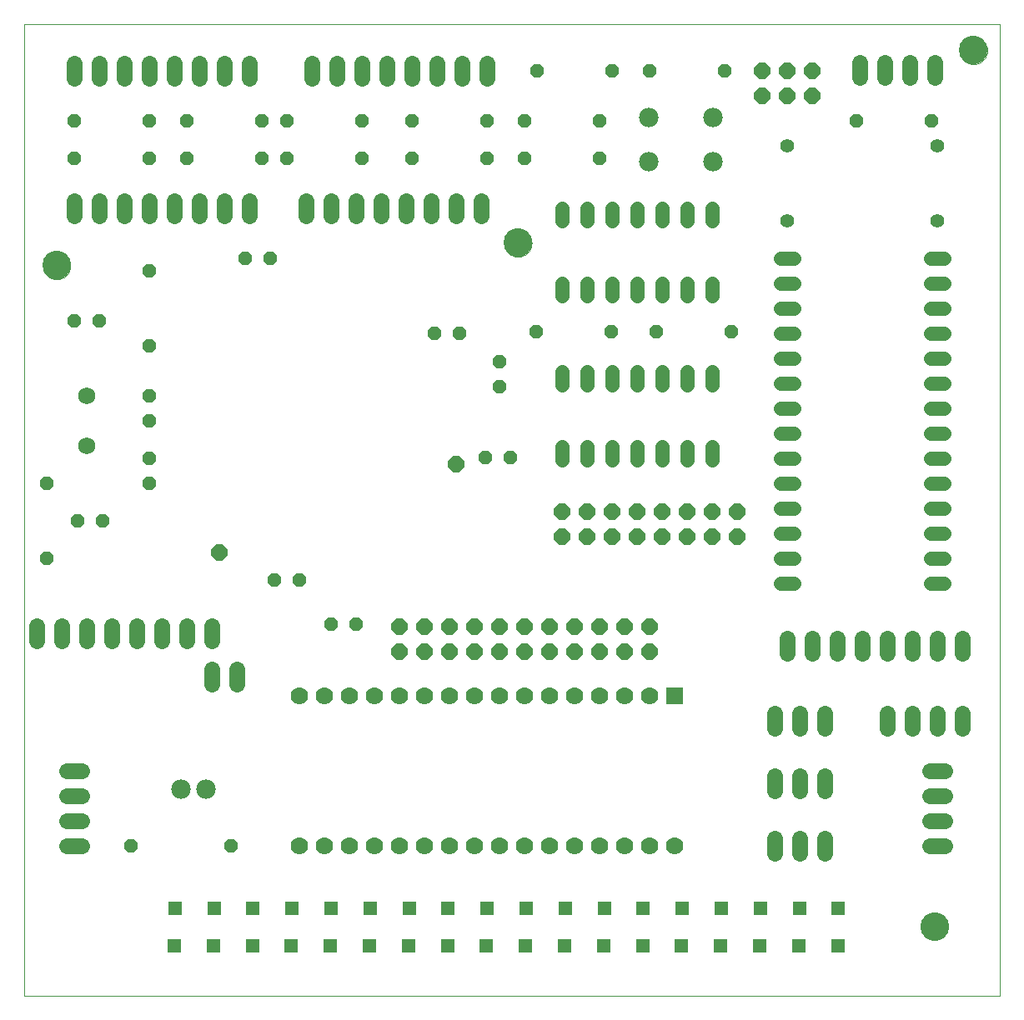
<source format=gbs>
G75*
%MOIN*%
%OFA0B0*%
%FSLAX24Y24*%
%IPPOS*%
%LPD*%
%AMOC8*
5,1,8,0,0,1.08239X$1,22.5*
%
%ADD10C,0.0000*%
%ADD11C,0.1142*%
%ADD12OC8,0.0640*%
%ADD13C,0.0640*%
%ADD14C,0.0560*%
%ADD15C,0.0560*%
%ADD16C,0.0780*%
%ADD17OC8,0.0560*%
%ADD18C,0.0690*%
%ADD19R,0.0700X0.0700*%
%ADD20C,0.0700*%
%ADD21R,0.0555X0.0555*%
D10*
X000330Y000180D02*
X000330Y039050D01*
X039322Y039050D01*
X039322Y000180D01*
X000330Y000180D01*
X001067Y029393D02*
X001069Y029440D01*
X001075Y029486D01*
X001085Y029532D01*
X001098Y029577D01*
X001116Y029620D01*
X001137Y029662D01*
X001161Y029702D01*
X001189Y029739D01*
X001220Y029774D01*
X001254Y029807D01*
X001290Y029836D01*
X001329Y029862D01*
X001370Y029885D01*
X001413Y029904D01*
X001457Y029920D01*
X001502Y029932D01*
X001548Y029940D01*
X001595Y029944D01*
X001641Y029944D01*
X001688Y029940D01*
X001734Y029932D01*
X001779Y029920D01*
X001823Y029904D01*
X001866Y029885D01*
X001907Y029862D01*
X001946Y029836D01*
X001982Y029807D01*
X002016Y029774D01*
X002047Y029739D01*
X002075Y029702D01*
X002099Y029662D01*
X002120Y029620D01*
X002138Y029577D01*
X002151Y029532D01*
X002161Y029486D01*
X002167Y029440D01*
X002169Y029393D01*
X002167Y029346D01*
X002161Y029300D01*
X002151Y029254D01*
X002138Y029209D01*
X002120Y029166D01*
X002099Y029124D01*
X002075Y029084D01*
X002047Y029047D01*
X002016Y029012D01*
X001982Y028979D01*
X001946Y028950D01*
X001907Y028924D01*
X001866Y028901D01*
X001823Y028882D01*
X001779Y028866D01*
X001734Y028854D01*
X001688Y028846D01*
X001641Y028842D01*
X001595Y028842D01*
X001548Y028846D01*
X001502Y028854D01*
X001457Y028866D01*
X001413Y028882D01*
X001370Y028901D01*
X001329Y028924D01*
X001290Y028950D01*
X001254Y028979D01*
X001220Y029012D01*
X001189Y029047D01*
X001161Y029084D01*
X001137Y029124D01*
X001116Y029166D01*
X001098Y029209D01*
X001085Y029254D01*
X001075Y029300D01*
X001069Y029346D01*
X001067Y029393D01*
X019504Y030293D02*
X019506Y030340D01*
X019512Y030386D01*
X019522Y030432D01*
X019535Y030477D01*
X019553Y030520D01*
X019574Y030562D01*
X019598Y030602D01*
X019626Y030639D01*
X019657Y030674D01*
X019691Y030707D01*
X019727Y030736D01*
X019766Y030762D01*
X019807Y030785D01*
X019850Y030804D01*
X019894Y030820D01*
X019939Y030832D01*
X019985Y030840D01*
X020032Y030844D01*
X020078Y030844D01*
X020125Y030840D01*
X020171Y030832D01*
X020216Y030820D01*
X020260Y030804D01*
X020303Y030785D01*
X020344Y030762D01*
X020383Y030736D01*
X020419Y030707D01*
X020453Y030674D01*
X020484Y030639D01*
X020512Y030602D01*
X020536Y030562D01*
X020557Y030520D01*
X020575Y030477D01*
X020588Y030432D01*
X020598Y030386D01*
X020604Y030340D01*
X020606Y030293D01*
X020604Y030246D01*
X020598Y030200D01*
X020588Y030154D01*
X020575Y030109D01*
X020557Y030066D01*
X020536Y030024D01*
X020512Y029984D01*
X020484Y029947D01*
X020453Y029912D01*
X020419Y029879D01*
X020383Y029850D01*
X020344Y029824D01*
X020303Y029801D01*
X020260Y029782D01*
X020216Y029766D01*
X020171Y029754D01*
X020125Y029746D01*
X020078Y029742D01*
X020032Y029742D01*
X019985Y029746D01*
X019939Y029754D01*
X019894Y029766D01*
X019850Y029782D01*
X019807Y029801D01*
X019766Y029824D01*
X019727Y029850D01*
X019691Y029879D01*
X019657Y029912D01*
X019626Y029947D01*
X019598Y029984D01*
X019574Y030024D01*
X019553Y030066D01*
X019535Y030109D01*
X019522Y030154D01*
X019512Y030200D01*
X019506Y030246D01*
X019504Y030293D01*
X037717Y037993D02*
X037719Y038040D01*
X037725Y038086D01*
X037735Y038132D01*
X037748Y038177D01*
X037766Y038220D01*
X037787Y038262D01*
X037811Y038302D01*
X037839Y038339D01*
X037870Y038374D01*
X037904Y038407D01*
X037940Y038436D01*
X037979Y038462D01*
X038020Y038485D01*
X038063Y038504D01*
X038107Y038520D01*
X038152Y038532D01*
X038198Y038540D01*
X038245Y038544D01*
X038291Y038544D01*
X038338Y038540D01*
X038384Y038532D01*
X038429Y038520D01*
X038473Y038504D01*
X038516Y038485D01*
X038557Y038462D01*
X038596Y038436D01*
X038632Y038407D01*
X038666Y038374D01*
X038697Y038339D01*
X038725Y038302D01*
X038749Y038262D01*
X038770Y038220D01*
X038788Y038177D01*
X038801Y038132D01*
X038811Y038086D01*
X038817Y038040D01*
X038819Y037993D01*
X038817Y037946D01*
X038811Y037900D01*
X038801Y037854D01*
X038788Y037809D01*
X038770Y037766D01*
X038749Y037724D01*
X038725Y037684D01*
X038697Y037647D01*
X038666Y037612D01*
X038632Y037579D01*
X038596Y037550D01*
X038557Y037524D01*
X038516Y037501D01*
X038473Y037482D01*
X038429Y037466D01*
X038384Y037454D01*
X038338Y037446D01*
X038291Y037442D01*
X038245Y037442D01*
X038198Y037446D01*
X038152Y037454D01*
X038107Y037466D01*
X038063Y037482D01*
X038020Y037501D01*
X037979Y037524D01*
X037940Y037550D01*
X037904Y037579D01*
X037870Y037612D01*
X037839Y037647D01*
X037811Y037684D01*
X037787Y037724D01*
X037766Y037766D01*
X037748Y037809D01*
X037735Y037854D01*
X037725Y037900D01*
X037719Y037946D01*
X037717Y037993D01*
X036154Y002955D02*
X036156Y003002D01*
X036162Y003048D01*
X036172Y003094D01*
X036185Y003139D01*
X036203Y003182D01*
X036224Y003224D01*
X036248Y003264D01*
X036276Y003301D01*
X036307Y003336D01*
X036341Y003369D01*
X036377Y003398D01*
X036416Y003424D01*
X036457Y003447D01*
X036500Y003466D01*
X036544Y003482D01*
X036589Y003494D01*
X036635Y003502D01*
X036682Y003506D01*
X036728Y003506D01*
X036775Y003502D01*
X036821Y003494D01*
X036866Y003482D01*
X036910Y003466D01*
X036953Y003447D01*
X036994Y003424D01*
X037033Y003398D01*
X037069Y003369D01*
X037103Y003336D01*
X037134Y003301D01*
X037162Y003264D01*
X037186Y003224D01*
X037207Y003182D01*
X037225Y003139D01*
X037238Y003094D01*
X037248Y003048D01*
X037254Y003002D01*
X037256Y002955D01*
X037254Y002908D01*
X037248Y002862D01*
X037238Y002816D01*
X037225Y002771D01*
X037207Y002728D01*
X037186Y002686D01*
X037162Y002646D01*
X037134Y002609D01*
X037103Y002574D01*
X037069Y002541D01*
X037033Y002512D01*
X036994Y002486D01*
X036953Y002463D01*
X036910Y002444D01*
X036866Y002428D01*
X036821Y002416D01*
X036775Y002408D01*
X036728Y002404D01*
X036682Y002404D01*
X036635Y002408D01*
X036589Y002416D01*
X036544Y002428D01*
X036500Y002444D01*
X036457Y002463D01*
X036416Y002486D01*
X036377Y002512D01*
X036341Y002541D01*
X036307Y002574D01*
X036276Y002609D01*
X036248Y002646D01*
X036224Y002686D01*
X036203Y002728D01*
X036185Y002771D01*
X036172Y002816D01*
X036162Y002862D01*
X036156Y002908D01*
X036154Y002955D01*
D11*
X036705Y002955D03*
X020055Y030293D03*
X001618Y029393D03*
X038268Y037993D03*
D12*
X031830Y037180D03*
X030830Y037180D03*
X030830Y036180D03*
X031830Y036180D03*
X029830Y036180D03*
X029830Y037180D03*
X017580Y021430D03*
X021830Y019555D03*
X021830Y018555D03*
X022830Y018555D03*
X022830Y019555D03*
X023830Y019555D03*
X023830Y018555D03*
X024830Y018555D03*
X024830Y019555D03*
X025830Y019555D03*
X025830Y018555D03*
X026830Y018555D03*
X026830Y019555D03*
X027830Y019555D03*
X027830Y018555D03*
X028830Y018555D03*
X028830Y019555D03*
X025330Y014930D03*
X025330Y013930D03*
X024330Y013930D03*
X024330Y014930D03*
X023330Y014930D03*
X023330Y013930D03*
X022330Y013930D03*
X022330Y014930D03*
X021330Y014930D03*
X021330Y013930D03*
X020330Y013930D03*
X020330Y014930D03*
X019330Y014930D03*
X019330Y013930D03*
X018330Y013930D03*
X018330Y014930D03*
X017330Y014930D03*
X017330Y013930D03*
X016330Y013930D03*
X016330Y014930D03*
X015330Y014930D03*
X015330Y013930D03*
X008130Y017918D03*
D13*
X007830Y014980D02*
X007830Y014380D01*
X006830Y014380D02*
X006830Y014980D01*
X005830Y014980D02*
X005830Y014380D01*
X004830Y014380D02*
X004830Y014980D01*
X003830Y014980D02*
X003830Y014380D01*
X002830Y014380D02*
X002830Y014980D01*
X001830Y014980D02*
X001830Y014380D01*
X000830Y014380D02*
X000830Y014980D01*
X002030Y009180D02*
X002630Y009180D01*
X002630Y008180D02*
X002030Y008180D01*
X002030Y007180D02*
X002630Y007180D01*
X002630Y006180D02*
X002030Y006180D01*
X007830Y012630D02*
X007830Y013230D01*
X008830Y013230D02*
X008830Y012630D01*
X008330Y031380D02*
X008330Y031980D01*
X009330Y031980D02*
X009330Y031380D01*
X007330Y031380D02*
X007330Y031980D01*
X006330Y031980D02*
X006330Y031380D01*
X005330Y031380D02*
X005330Y031980D01*
X004330Y031980D02*
X004330Y031380D01*
X003330Y031380D02*
X003330Y031980D01*
X002330Y031980D02*
X002330Y031380D01*
X002330Y036880D02*
X002330Y037480D01*
X003330Y037480D02*
X003330Y036880D01*
X004330Y036880D02*
X004330Y037480D01*
X005330Y037480D02*
X005330Y036880D01*
X006330Y036880D02*
X006330Y037480D01*
X007330Y037480D02*
X007330Y036880D01*
X008330Y036880D02*
X008330Y037480D01*
X009330Y037480D02*
X009330Y036880D01*
X011830Y036880D02*
X011830Y037480D01*
X012830Y037480D02*
X012830Y036880D01*
X013830Y036880D02*
X013830Y037480D01*
X014830Y037480D02*
X014830Y036880D01*
X015830Y036880D02*
X015830Y037480D01*
X016830Y037480D02*
X016830Y036880D01*
X017830Y036880D02*
X017830Y037480D01*
X018830Y037480D02*
X018830Y036880D01*
X018580Y031980D02*
X018580Y031380D01*
X017580Y031380D02*
X017580Y031980D01*
X016580Y031980D02*
X016580Y031380D01*
X015580Y031380D02*
X015580Y031980D01*
X014580Y031980D02*
X014580Y031380D01*
X013580Y031380D02*
X013580Y031980D01*
X012580Y031980D02*
X012580Y031380D01*
X011580Y031380D02*
X011580Y031980D01*
X030830Y014480D02*
X030830Y013880D01*
X031830Y013880D02*
X031830Y014480D01*
X032830Y014480D02*
X032830Y013880D01*
X033830Y013880D02*
X033830Y014480D01*
X034830Y014480D02*
X034830Y013880D01*
X035830Y013880D02*
X035830Y014480D01*
X036830Y014480D02*
X036830Y013880D01*
X037830Y013880D02*
X037830Y014480D01*
X037830Y011480D02*
X037830Y010880D01*
X036830Y010880D02*
X036830Y011480D01*
X035830Y011480D02*
X035830Y010880D01*
X034830Y010880D02*
X034830Y011480D01*
X036530Y009180D02*
X037130Y009180D01*
X037130Y008180D02*
X036530Y008180D01*
X036530Y007180D02*
X037130Y007180D01*
X037130Y006180D02*
X036530Y006180D01*
X032330Y005880D02*
X032330Y006480D01*
X031330Y006480D02*
X031330Y005880D01*
X030330Y005880D02*
X030330Y006480D01*
X030330Y008380D02*
X030330Y008980D01*
X031330Y008980D02*
X031330Y008380D01*
X032330Y008380D02*
X032330Y008980D01*
X032330Y010880D02*
X032330Y011480D01*
X031330Y011480D02*
X031330Y010880D01*
X030330Y010880D02*
X030330Y011480D01*
X033730Y036893D02*
X033730Y037493D01*
X034730Y037493D02*
X034730Y036893D01*
X035730Y036893D02*
X035730Y037493D01*
X036730Y037493D02*
X036730Y036893D01*
D14*
X036830Y034180D03*
X036830Y031180D03*
X030830Y031180D03*
X030830Y034180D03*
D15*
X027830Y031690D02*
X027830Y031170D01*
X026830Y031170D02*
X026830Y031690D01*
X025830Y031690D02*
X025830Y031170D01*
X024830Y031170D02*
X024830Y031690D01*
X023830Y031690D02*
X023830Y031170D01*
X022830Y031170D02*
X022830Y031690D01*
X021830Y031690D02*
X021830Y031170D01*
X021830Y028690D02*
X021830Y028170D01*
X022830Y028170D02*
X022830Y028690D01*
X023830Y028690D02*
X023830Y028170D01*
X024830Y028170D02*
X024830Y028690D01*
X025830Y028690D02*
X025830Y028170D01*
X026830Y028170D02*
X026830Y028690D01*
X027830Y028690D02*
X027830Y028170D01*
X030570Y027680D02*
X031090Y027680D01*
X031090Y028680D02*
X030570Y028680D01*
X030570Y029680D02*
X031090Y029680D01*
X031090Y026680D02*
X030570Y026680D01*
X030570Y025680D02*
X031090Y025680D01*
X031090Y024680D02*
X030570Y024680D01*
X030570Y023680D02*
X031090Y023680D01*
X031090Y022680D02*
X030570Y022680D01*
X030570Y021680D02*
X031090Y021680D01*
X031090Y020680D02*
X030570Y020680D01*
X030570Y019680D02*
X031090Y019680D01*
X031090Y018680D02*
X030570Y018680D01*
X030570Y017680D02*
X031090Y017680D01*
X031090Y016680D02*
X030570Y016680D01*
X027830Y021620D02*
X027830Y022140D01*
X026830Y022140D02*
X026830Y021620D01*
X025830Y021620D02*
X025830Y022140D01*
X024830Y022140D02*
X024830Y021620D01*
X023830Y021620D02*
X023830Y022140D01*
X022830Y022140D02*
X022830Y021620D01*
X021830Y021620D02*
X021830Y022140D01*
X021830Y024620D02*
X021830Y025140D01*
X022830Y025140D02*
X022830Y024620D01*
X023830Y024620D02*
X023830Y025140D01*
X024830Y025140D02*
X024830Y024620D01*
X025830Y024620D02*
X025830Y025140D01*
X026830Y025140D02*
X026830Y024620D01*
X027830Y024620D02*
X027830Y025140D01*
X036570Y024680D02*
X037090Y024680D01*
X037090Y023680D02*
X036570Y023680D01*
X036570Y022680D02*
X037090Y022680D01*
X037090Y021680D02*
X036570Y021680D01*
X036570Y020680D02*
X037090Y020680D01*
X037090Y019680D02*
X036570Y019680D01*
X036570Y018680D02*
X037090Y018680D01*
X037090Y017680D02*
X036570Y017680D01*
X036570Y016680D02*
X037090Y016680D01*
X037090Y025680D02*
X036570Y025680D01*
X036570Y026680D02*
X037090Y026680D01*
X037090Y027680D02*
X036570Y027680D01*
X036570Y028680D02*
X037090Y028680D01*
X037090Y029680D02*
X036570Y029680D01*
D16*
X027860Y033540D03*
X027860Y035320D03*
X025300Y035320D03*
X025300Y033540D03*
X007580Y008430D03*
X006580Y008430D03*
D17*
X004580Y006180D03*
X008580Y006180D03*
X012580Y015055D03*
X013580Y015055D03*
X011330Y016805D03*
X010330Y016805D03*
X005330Y020680D03*
X005330Y021680D03*
X005330Y023180D03*
X005330Y024180D03*
X005330Y026180D03*
X003330Y027180D03*
X002330Y027180D03*
X005330Y029180D03*
X009168Y029668D03*
X010168Y029668D03*
X009830Y033680D03*
X010830Y033680D03*
X010830Y035180D03*
X009830Y035180D03*
X006830Y035180D03*
X006830Y033680D03*
X005330Y033680D03*
X005330Y035180D03*
X002330Y035180D03*
X002330Y033680D03*
X013830Y033680D03*
X013830Y035180D03*
X015830Y035180D03*
X015830Y033680D03*
X018830Y033680D03*
X018830Y035180D03*
X020330Y035180D03*
X020330Y033680D03*
X023330Y033680D03*
X023330Y035180D03*
X023830Y037180D03*
X025330Y037180D03*
X028330Y037180D03*
X033580Y035180D03*
X036580Y035180D03*
X028580Y026755D03*
X025580Y026755D03*
X023780Y026755D03*
X020780Y026755D03*
X019330Y025555D03*
X019330Y024555D03*
X017705Y026680D03*
X016705Y026680D03*
X018743Y021693D03*
X019743Y021693D03*
X020830Y037180D03*
X003455Y019180D03*
X002455Y019180D03*
X001205Y017680D03*
X001205Y020680D03*
D18*
X002830Y022180D03*
X002830Y024180D03*
D19*
X026330Y012180D03*
D20*
X025330Y012180D03*
X024330Y012180D03*
X023330Y012180D03*
X022330Y012180D03*
X021330Y012180D03*
X020330Y012180D03*
X019330Y012180D03*
X018330Y012180D03*
X017330Y012180D03*
X016330Y012180D03*
X015330Y012180D03*
X014330Y012180D03*
X013330Y012180D03*
X012330Y012180D03*
X011330Y012180D03*
X011330Y006180D03*
X012330Y006180D03*
X013330Y006180D03*
X014330Y006180D03*
X015330Y006180D03*
X016330Y006180D03*
X017330Y006180D03*
X018330Y006180D03*
X019330Y006180D03*
X020330Y006180D03*
X021330Y006180D03*
X022330Y006180D03*
X023330Y006180D03*
X024330Y006180D03*
X025330Y006180D03*
X026330Y006180D03*
D21*
X026630Y003690D03*
X026600Y002170D03*
X025040Y002170D03*
X025070Y003690D03*
X023510Y003690D03*
X023480Y002170D03*
X021920Y002170D03*
X021950Y003690D03*
X020390Y003690D03*
X020360Y002170D03*
X018800Y002170D03*
X018830Y003690D03*
X017270Y003690D03*
X017240Y002170D03*
X015680Y002170D03*
X015710Y003690D03*
X014150Y003690D03*
X014120Y002170D03*
X012560Y002170D03*
X012590Y003690D03*
X011030Y003690D03*
X011000Y002170D03*
X009440Y002170D03*
X009470Y003690D03*
X007910Y003690D03*
X007880Y002170D03*
X006320Y002170D03*
X006350Y003690D03*
X028190Y003690D03*
X028160Y002170D03*
X029720Y002170D03*
X029750Y003690D03*
X031310Y003690D03*
X031280Y002170D03*
X032840Y002170D03*
X032870Y003690D03*
M02*

</source>
